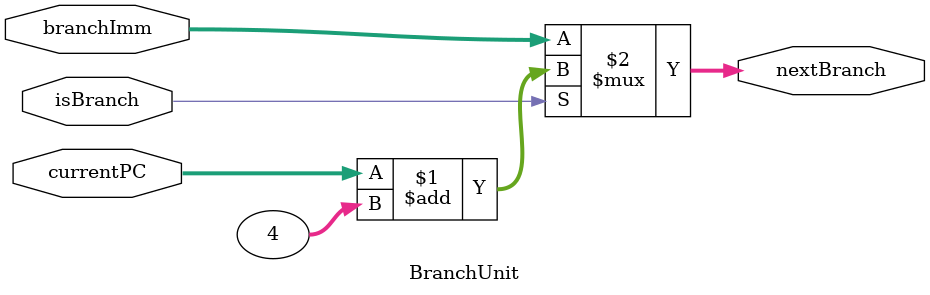
<source format=sv>
module BranchUnit #(parameter mbus = 32, parameter rbus = 32)
	(input  logic [mbus-1:0] currentPC,
	 input  logic [rbus-1:0] branchImm,
	 input  logic isBranch,
	 output logic [mbus-1:0] nextBranch
	);
	
	
	
	assign nextBranch = (isBranch) ? (currentPC + 4): branchImm; 
	
endmodule

</source>
